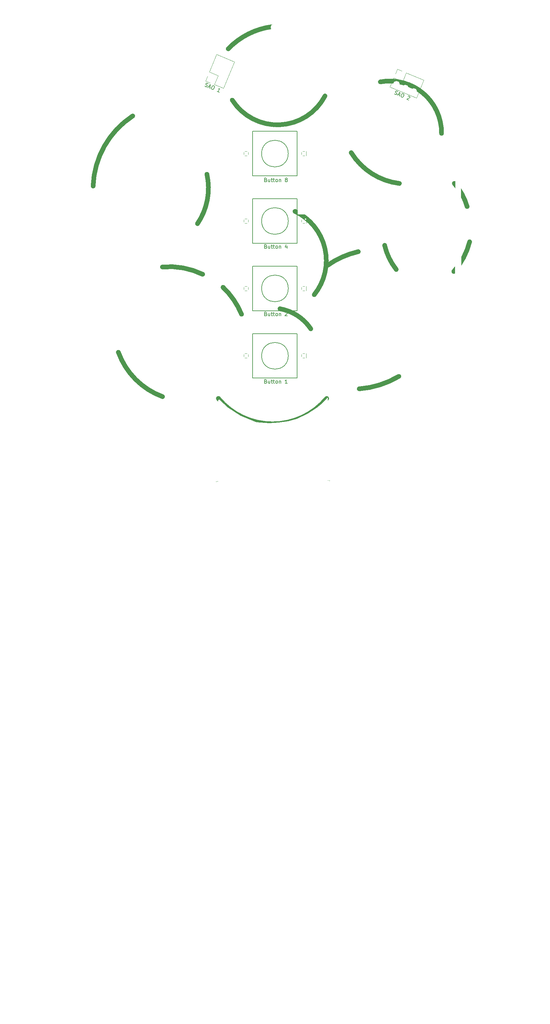
<source format=gto>
G04 #@! TF.GenerationSoftware,KiCad,Pcbnew,7.0.2*
G04 #@! TF.CreationDate,2023-05-29T12:29:06-07:00*
G04 #@! TF.ProjectId,plumbus-bfb,706c756d-6275-4732-9d62-66622e6b6963,rev?*
G04 #@! TF.SameCoordinates,Original*
G04 #@! TF.FileFunction,Legend,Top*
G04 #@! TF.FilePolarity,Positive*
%FSLAX46Y46*%
G04 Gerber Fmt 4.6, Leading zero omitted, Abs format (unit mm)*
G04 Created by KiCad (PCBNEW 7.0.2) date 2023-05-29 12:29:06*
%MOMM*%
%LPD*%
G01*
G04 APERTURE LIST*
G04 Aperture macros list*
%AMRoundRect*
0 Rectangle with rounded corners*
0 $1 Rounding radius*
0 $2 $3 $4 $5 $6 $7 $8 $9 X,Y pos of 4 corners*
0 Add a 4 corners polygon primitive as box body*
4,1,4,$2,$3,$4,$5,$6,$7,$8,$9,$2,$3,0*
0 Add four circle primitives for the rounded corners*
1,1,$1+$1,$2,$3*
1,1,$1+$1,$4,$5*
1,1,$1+$1,$6,$7*
1,1,$1+$1,$8,$9*
0 Add four rect primitives between the rounded corners*
20,1,$1+$1,$2,$3,$4,$5,0*
20,1,$1+$1,$4,$5,$6,$7,0*
20,1,$1+$1,$6,$7,$8,$9,0*
20,1,$1+$1,$8,$9,$2,$3,0*%
%AMHorizOval*
0 Thick line with rounded ends*
0 $1 width*
0 $2 $3 position (X,Y) of the first rounded end (center of the circle)*
0 $4 $5 position (X,Y) of the second rounded end (center of the circle)*
0 Add line between two ends*
20,1,$1,$2,$3,$4,$5,0*
0 Add two circle primitives to create the rounded ends*
1,1,$1,$2,$3*
1,1,$1,$4,$5*%
%AMRotRect*
0 Rectangle, with rotation*
0 The origin of the aperture is its center*
0 $1 length*
0 $2 width*
0 $3 Rotation angle, in degrees counterclockwise*
0 Add horizontal line*
21,1,$1,$2,0,0,$3*%
%AMFreePoly0*
4,1,443,-46.755527,49.305534,-45.361075,49.226516,-43.969418,49.108069,-42.581671,48.950286,-41.198944,48.753296,-39.822345,48.517254,-38.452978,48.242351,-37.091939,47.928806,-35.740317,47.576872,-34.399196,47.186828,-33.069650,46.758989,-31.752744,46.293697,-30.449533,45.791323,-29.161060,45.252272,-27.888358,44.676974,-26.632445,44.065891,-25.394329,43.419512,-24.175000,42.738354,-22.975436,42.022963,-21.796596,41.273912,
-20.639426,40.491802,-19.504853,39.677258,-18.393784,38.830934,-17.307111,37.953506,-16.245702,37.045678,-15.210410,36.108177,-14.202062,35.141754,-13.221467,34.147183,-12.269409,33.125261,-11.346653,32.076805,-10.453936,31.002657,-9.591973,29.903676,-8.761456,28.780742,-7.963049,27.634756,-7.197392,26.466634,-6.465098,25.277313,-5.766754,24.067745,-5.102918,22.838900,-4.474124,21.591761,-3.880874,20.327327,
-3.323644,19.046611,-2.802879,17.750639,-2.318998,16.440449,-1.872387,15.117090,-1.463405,13.781623,-1.092379,12.435117,-0.759606,11.078651,-0.465353,9.713311,-0.209855,8.340190,0.006683,6.960390,0.184087,5.575014,0.322216,4.185172,0.420959,2.791979,0.480236,1.396549,0.500000,0.000000,0.480236,-1.396549,0.420959,-2.791979,0.322216,-4.185172,0.184087,-5.575014,0.006683,-6.960390,
-0.209855,-8.340190,-0.465353,-9.713311,-0.759606,-11.078651,-1.092379,-12.435117,-1.463405,-13.781623,-1.872387,-15.117090,-2.318998,-16.440449,-2.802879,-17.750639,-3.323644,-19.046611,-3.880874,-20.327327,-4.474124,-21.591761,-5.102918,-22.838900,-5.766754,-24.067745,-6.465098,-25.277313,-7.197392,-26.466634,-7.963049,-27.634756,-8.761456,-28.780742,-9.591973,-29.903676,-10.453936,-31.002657,-11.346653,-32.076805,
-12.269409,-33.125261,-13.221467,-34.147183,-14.202062,-35.141754,-15.210410,-36.108177,-16.245702,-37.045678,-17.307111,-37.953506,-18.393784,-38.830934,-19.504853,-39.677258,-20.639426,-40.491802,-21.796596,-41.273912,-22.975436,-42.022963,-24.175000,-42.738354,-25.394329,-43.419512,-26.632445,-44.065891,-27.888358,-44.676974,-29.161060,-45.252272,-30.449533,-45.791323,-31.752744,-46.293697,-33.069650,-46.758989,-34.399196,-47.186828,
-35.740317,-47.576872,-37.091939,-47.928806,-38.452978,-48.242351,-39.822345,-48.517254,-41.198944,-48.753296,-42.581671,-48.950286,-43.969418,-49.108069,-45.361075,-49.226516,-46.755527,-49.305534,-48.151656,-49.345059,-49.548344,-49.345059,-50.944473,-49.305534,-52.338925,-49.226516,-53.730582,-49.108069,-55.118329,-48.950286,-56.501056,-48.753296,-57.877655,-48.517254,-59.247022,-48.242351,-60.608061,-47.928806,-61.959683,-47.576872,
-63.300804,-47.186828,-64.630350,-46.758989,-65.947256,-46.293697,-67.250467,-45.791323,-68.538940,-45.252272,-69.811642,-44.676974,-71.067555,-44.065891,-72.305671,-43.419512,-73.525000,-42.738354,-74.724564,-42.022963,-75.903404,-41.273912,-77.060574,-40.491802,-78.195147,-39.677258,-79.306216,-38.830934,-80.392889,-37.953506,-81.454298,-37.045678,-82.489590,-36.108177,-83.497938,-35.141754,-84.478533,-34.147183,-85.430591,-33.125261,
-86.353347,-32.076805,-87.246064,-31.002657,-88.108027,-29.903676,-88.938544,-28.780742,-89.736951,-27.634756,-90.502608,-26.466634,-91.234902,-25.277313,-91.933246,-24.067745,-92.597082,-22.838900,-93.225876,-21.591761,-93.819126,-20.327327,-94.376356,-19.046611,-94.897121,-17.750639,-95.381002,-16.440449,-95.827613,-15.117090,-96.236595,-13.781623,-96.607621,-12.435117,-96.940394,-11.078651,-97.234647,-9.713311,-97.490145,-8.340190,
-97.706683,-6.960390,-97.884087,-5.575014,-98.022216,-4.185172,-98.120959,-2.791979,-98.180236,-1.396549,-98.200000,0.000000,-97.205021,0.000000,-97.184938,-1.393493,-97.124706,-2.785829,-97.024374,-4.175850,-96.884027,-5.562403,-96.703780,-6.944336,-96.483784,-8.320500,-96.224220,-9.689753,-95.925306,-11.050957,-95.587288,-12.402981,-95.210449,-13.744703,-94.795100,-15.075008,-94.341587,-16.392791,-93.850286,-17.696958,
-93.321606,-18.986424,-92.755986,-20.260120,-92.153895,-21.516986,-91.515835,-22.755980,-90.842333,-23.976071,-90.133952,-25.176247,-89.391277,-26.355510,-88.614928,-27.512881,-87.805547,-28.647398,-86.963808,-29.758119,-86.090410,-30.844122,-85.186079,-31.904505,-84.251565,-32.938386,-83.287645,-33.944907,-82.295119,-34.923231,-81.274812,-35.872547,-80.227572,-36.792065,-79.154268,-37.681022,-78.055791,-38.538679,-76.933055,-39.364325,
-75.786992,-40.157272,-74.618554,-40.916863,-73.428711,-41.642467,-72.218452,-42.333480,-70.988782,-42.989329,-69.740722,-43.609469,-68.475310,-44.193385,-67.193596,-44.740592,-65.896645,-45.250635,-64.585534,-45.723091,-63.261352,-46.157567,-61.925200,-46.553702,-60.578187,-46.911168,-59.221432,-47.229667,-57.856061,-47.508935,-56.483210,-47.748740,-55.104019,-47.948882,-53.719632,-48.109196,-52.331201,-48.229548,-50.939878,-48.309838,
-49.546819,-48.350000,-48.153181,-48.350000,-46.760122,-48.309838,-45.368799,-48.229548,-43.980368,-48.109196,-42.595981,-47.948882,-41.216790,-47.748740,-39.843939,-47.508935,-38.478568,-47.229667,-37.121813,-46.911168,-35.774800,-46.553702,-34.438648,-46.157567,-33.114466,-45.723091,-31.803355,-45.250635,-30.506404,-44.740592,-29.224690,-44.193385,-27.959278,-43.609469,-26.711218,-42.989329,-25.481548,-42.333480,-24.271289,-41.642467,
-23.081446,-40.916863,-21.913008,-40.157272,-20.766945,-39.364325,-19.644209,-38.538679,-18.545732,-37.681022,-17.472428,-36.792065,-16.425188,-35.872547,-15.404881,-34.923231,-14.412355,-33.944907,-13.448435,-32.938386,-12.513921,-31.904505,-11.609590,-30.844122,-10.736192,-29.758119,-9.894453,-28.647398,-9.085072,-27.512881,-8.308723,-26.355510,-7.566048,-25.176247,-6.857667,-23.976071,-6.184165,-22.755980,-5.546105,-21.516986,
-4.944014,-20.260120,-4.378394,-18.986424,-3.849714,-17.696958,-3.358413,-16.392791,-2.904900,-15.075008,-2.489551,-13.744703,-2.112712,-12.402981,-1.774694,-11.050957,-1.475780,-9.689753,-1.216216,-8.320500,-0.996220,-6.944336,-0.815973,-5.562403,-0.675626,-4.175850,-0.575294,-2.785829,-0.515062,-1.393493,-0.494979,0.000000,-0.515062,1.393493,-0.575294,2.785829,-0.675626,4.175850,-0.815973,5.562403,
-0.996220,6.944336,-1.216216,8.320500,-1.475780,9.689753,-1.774694,11.050957,-2.112712,12.402981,-2.489551,13.744703,-2.904900,15.075008,-3.358413,16.392791,-3.849714,17.696958,-4.378394,18.986424,-4.944014,20.260120,-5.546105,21.516986,-6.184165,22.755980,-6.857667,23.976071,-7.566048,25.176247,-8.308723,26.355510,-9.085072,27.512881,-9.894453,28.647398,-10.736192,29.758119,-11.609590,30.844122,
-12.513921,31.904505,-13.448435,32.938386,-14.412355,33.944907,-15.404881,34.923231,-16.425188,35.872547,-17.472428,36.792065,-18.545732,37.681022,-19.644209,38.538679,-20.766945,39.364325,-21.913008,40.157272,-23.081446,40.916863,-24.271289,41.642467,-25.481548,42.333480,-26.711218,42.989329,-27.959278,43.609469,-29.224690,44.193385,-30.506404,44.740592,-31.803355,45.250635,-33.114466,45.723091,-34.438648,46.157567,
-35.774800,46.553702,-37.121813,46.911168,-38.478568,47.229667,-39.843939,47.508935,-41.216790,47.748740,-42.595981,47.948882,-43.980368,48.109196,-45.368799,48.229548,-46.760122,48.309838,-48.153181,48.350000,-49.546819,48.350000,-50.939878,48.309838,-52.331201,48.229548,-53.719632,48.109196,-55.104019,47.948882,-56.483210,47.748740,-57.856061,47.508935,-59.221432,47.229667,-60.578187,46.911168,-61.925200,46.553702,
-63.261352,46.157567,-64.585534,45.723091,-65.896645,45.250635,-67.193596,44.740592,-68.475310,44.193385,-69.740722,43.609469,-70.988782,42.989329,-72.218452,42.333480,-73.428711,41.642467,-74.618554,40.916863,-75.786992,40.157272,-76.933055,39.364325,-78.055791,38.538679,-79.154268,37.681022,-80.227572,36.792065,-81.274812,35.872547,-82.295119,34.923231,-83.287645,33.944907,-84.251565,32.938386,-85.186079,31.904505,
-86.090410,30.844122,-86.963808,29.758119,-87.805547,28.647398,-88.614928,27.512881,-89.391277,26.355510,-90.133952,25.176247,-90.842333,23.976071,-91.515835,22.755980,-92.153895,21.516986,-92.755986,20.260120,-93.321606,18.986424,-93.850286,17.696958,-94.341587,16.392791,-94.795100,15.075008,-95.210449,13.744703,-95.587288,12.402981,-95.925306,11.050957,-96.224220,9.689753,-96.483784,8.320500,-96.703780,6.944336,
-96.884027,5.562403,-97.024374,4.175850,-97.124706,2.785829,-97.184938,1.393493,-97.205021,0.000000,-98.200000,0.000000,-98.180236,1.396549,-98.120959,2.791979,-98.022216,4.185172,-97.884087,5.575014,-97.706683,6.960390,-97.490145,8.340190,-97.234647,9.713311,-96.940394,11.078651,-96.607621,12.435117,-96.236595,13.781623,-95.827613,15.117090,-95.381002,16.440449,-94.897121,17.750639,-94.376356,19.046611,
-93.819126,20.327327,-93.225876,21.591761,-92.597082,22.838900,-91.933246,24.067745,-91.234902,25.277313,-90.502608,26.466634,-89.736951,27.634756,-88.938544,28.780742,-88.108027,29.903676,-87.246064,31.002657,-86.353347,32.076805,-85.430591,33.125261,-84.478533,34.147183,-83.497938,35.141754,-82.489590,36.108177,-81.454298,37.045678,-80.392889,37.953506,-79.306216,38.830934,-78.195147,39.677258,-77.060574,40.491802,
-75.903404,41.273912,-74.724564,42.022963,-73.525000,42.738354,-72.305671,43.419512,-71.067555,44.065891,-69.811642,44.676974,-68.538940,45.252272,-67.250467,45.791323,-65.947256,46.293697,-64.630350,46.758989,-63.300804,47.186828,-61.959683,47.576872,-60.608061,47.928806,-59.247022,48.242351,-57.877655,48.517254,-56.501056,48.753296,-55.118329,48.950286,-53.730582,49.108069,-52.338925,49.226516,-50.944473,49.305534,
-49.548344,49.345059,-48.151656,49.345059,-46.755527,49.305534,-46.755527,49.305534,$1*%
G04 Aperture macros list end*
%ADD10C,0.150000*%
%ADD11C,5.000000*%
%ADD12C,1.500000*%
%ADD13C,1.270000*%
%ADD14C,0.120000*%
%ADD15C,0.127000*%
%ADD16C,0.200000*%
%ADD17RotRect,0.450000X0.450000X225.000000*%
%ADD18O,7.000000X2.000000*%
%ADD19HorizOval,2.000000X2.478612X-0.326315X-2.478612X0.326315X0*%
%ADD20R,1.700000X1.700000*%
%ADD21O,1.700000X1.700000*%
%ADD22RotRect,0.450000X0.450000X255.000000*%
%ADD23RotRect,0.450000X0.450000X277.500000*%
%ADD24R,0.450000X0.450000*%
%ADD25RotRect,0.450000X0.450000X7.500000*%
%ADD26RotRect,0.450000X0.450000X45.000000*%
%ADD27RotRect,0.450000X0.450000X15.000000*%
%ADD28RotRect,0.450000X0.450000X120.000000*%
%ADD29RotRect,0.450000X0.450000X345.000000*%
%ADD30RotRect,0.450000X0.450000X352.500000*%
%ADD31RotRect,0.450000X0.450000X75.000000*%
%ADD32RotRect,0.450000X0.450000X337.500000*%
%ADD33RotRect,0.450000X0.450000X142.500000*%
%ADD34RotRect,0.450000X0.450000X52.500000*%
%ADD35RotRect,0.450000X0.450000X97.500000*%
%ADD36RotRect,0.450000X0.450000X187.500000*%
%ADD37RotRect,0.450000X0.450000X127.500000*%
%ADD38RotRect,0.450000X0.450000X202.500000*%
%ADD39RotRect,0.450000X0.450000X67.500000*%
%ADD40RotRect,0.450000X0.450000X112.500000*%
%ADD41RotRect,0.450000X0.450000X232.500000*%
%ADD42RotRect,0.450000X0.450000X82.500000*%
%ADD43RotRect,0.450000X0.450000X150.000000*%
%ADD44RotRect,0.450000X0.450000X37.500000*%
%ADD45RotRect,0.450000X0.450000X262.500000*%
%ADD46RotRect,0.450000X0.450000X285.000000*%
%ADD47RotRect,0.450000X0.450000X30.000000*%
%ADD48RotRect,0.450000X0.450000X300.000000*%
%ADD49RotRect,0.450000X0.450000X307.500000*%
%ADD50RotRect,0.450000X0.450000X22.500000*%
%ADD51RotRect,0.450000X0.450000X330.000000*%
%ADD52RotRect,0.450000X0.450000X157.500000*%
%ADD53RotRect,0.450000X0.450000X315.000000*%
%ADD54RotRect,0.450000X0.450000X292.500000*%
%ADD55RotRect,0.450000X0.450000X210.000000*%
%ADD56RotRect,0.450000X0.450000X172.500000*%
%ADD57RotRect,0.450000X0.450000X240.000000*%
%ADD58RotRect,0.450000X0.450000X195.000000*%
%ADD59RotRect,0.450000X0.450000X165.000000*%
%ADD60RotRect,0.450000X0.450000X217.500000*%
%ADD61RotRect,0.450000X0.450000X135.000000*%
%ADD62RotRect,0.450000X0.450000X60.000000*%
%ADD63RotRect,0.450000X0.450000X322.500000*%
%ADD64RotRect,0.450000X0.450000X247.500000*%
%ADD65RotRect,0.450000X0.450000X105.000000*%
%ADD66RoundRect,0.750000X0.750000X-0.750000X0.750000X0.750000X-0.750000X0.750000X-0.750000X-0.750000X0*%
%ADD67FreePoly0,0.000000*%
%ADD68C,2.170000*%
%ADD69R,2.170000X2.170000*%
%ADD70C,0.001000*%
%ADD71R,3.000000X1.600000*%
%ADD72RotRect,1.700000X1.700000X157.500000*%
%ADD73HorizOval,1.700000X0.000000X0.000000X0.000000X0.000000X0*%
%ADD74RotRect,1.700000X1.700000X67.500000*%
%ADD75HorizOval,1.700000X0.000000X0.000000X0.000000X0.000000X0*%
%ADD76RoundRect,0.218750X0.218750X0.256250X-0.218750X0.256250X-0.218750X-0.256250X0.218750X-0.256250X0*%
%ADD77R,1.400000X1.900000*%
%ADD78RoundRect,0.200000X-0.200000X-0.275000X0.200000X-0.275000X0.200000X0.275000X-0.200000X0.275000X0*%
%ADD79RotRect,1.160000X1.160000X202.500000*%
%ADD80C,1.160000*%
G04 APERTURE END LIST*
D10*
X314271428Y-343253809D02*
X314414285Y-343301428D01*
X314414285Y-343301428D02*
X314461904Y-343349047D01*
X314461904Y-343349047D02*
X314509523Y-343444285D01*
X314509523Y-343444285D02*
X314509523Y-343587142D01*
X314509523Y-343587142D02*
X314461904Y-343682380D01*
X314461904Y-343682380D02*
X314414285Y-343730000D01*
X314414285Y-343730000D02*
X314319047Y-343777619D01*
X314319047Y-343777619D02*
X313938095Y-343777619D01*
X313938095Y-343777619D02*
X313938095Y-342777619D01*
X313938095Y-342777619D02*
X314271428Y-342777619D01*
X314271428Y-342777619D02*
X314366666Y-342825238D01*
X314366666Y-342825238D02*
X314414285Y-342872857D01*
X314414285Y-342872857D02*
X314461904Y-342968095D01*
X314461904Y-342968095D02*
X314461904Y-343063333D01*
X314461904Y-343063333D02*
X314414285Y-343158571D01*
X314414285Y-343158571D02*
X314366666Y-343206190D01*
X314366666Y-343206190D02*
X314271428Y-343253809D01*
X314271428Y-343253809D02*
X313938095Y-343253809D01*
X315366666Y-343110952D02*
X315366666Y-343777619D01*
X314938095Y-343110952D02*
X314938095Y-343634761D01*
X314938095Y-343634761D02*
X314985714Y-343730000D01*
X314985714Y-343730000D02*
X315080952Y-343777619D01*
X315080952Y-343777619D02*
X315223809Y-343777619D01*
X315223809Y-343777619D02*
X315319047Y-343730000D01*
X315319047Y-343730000D02*
X315366666Y-343682380D01*
X315700000Y-343110952D02*
X316080952Y-343110952D01*
X315842857Y-342777619D02*
X315842857Y-343634761D01*
X315842857Y-343634761D02*
X315890476Y-343730000D01*
X315890476Y-343730000D02*
X315985714Y-343777619D01*
X315985714Y-343777619D02*
X316080952Y-343777619D01*
X316271429Y-343110952D02*
X316652381Y-343110952D01*
X316414286Y-342777619D02*
X316414286Y-343634761D01*
X316414286Y-343634761D02*
X316461905Y-343730000D01*
X316461905Y-343730000D02*
X316557143Y-343777619D01*
X316557143Y-343777619D02*
X316652381Y-343777619D01*
X317128572Y-343777619D02*
X317033334Y-343730000D01*
X317033334Y-343730000D02*
X316985715Y-343682380D01*
X316985715Y-343682380D02*
X316938096Y-343587142D01*
X316938096Y-343587142D02*
X316938096Y-343301428D01*
X316938096Y-343301428D02*
X316985715Y-343206190D01*
X316985715Y-343206190D02*
X317033334Y-343158571D01*
X317033334Y-343158571D02*
X317128572Y-343110952D01*
X317128572Y-343110952D02*
X317271429Y-343110952D01*
X317271429Y-343110952D02*
X317366667Y-343158571D01*
X317366667Y-343158571D02*
X317414286Y-343206190D01*
X317414286Y-343206190D02*
X317461905Y-343301428D01*
X317461905Y-343301428D02*
X317461905Y-343587142D01*
X317461905Y-343587142D02*
X317414286Y-343682380D01*
X317414286Y-343682380D02*
X317366667Y-343730000D01*
X317366667Y-343730000D02*
X317271429Y-343777619D01*
X317271429Y-343777619D02*
X317128572Y-343777619D01*
X317890477Y-343110952D02*
X317890477Y-343777619D01*
X317890477Y-343206190D02*
X317938096Y-343158571D01*
X317938096Y-343158571D02*
X318033334Y-343110952D01*
X318033334Y-343110952D02*
X318176191Y-343110952D01*
X318176191Y-343110952D02*
X318271429Y-343158571D01*
X318271429Y-343158571D02*
X318319048Y-343253809D01*
X318319048Y-343253809D02*
X318319048Y-343777619D01*
X320080953Y-343777619D02*
X319509525Y-343777619D01*
X319795239Y-343777619D02*
X319795239Y-342777619D01*
X319795239Y-342777619D02*
X319700001Y-342920476D01*
X319700001Y-342920476D02*
X319604763Y-343015714D01*
X319604763Y-343015714D02*
X319509525Y-343063333D01*
X314271428Y-325053809D02*
X314414285Y-325101428D01*
X314414285Y-325101428D02*
X314461904Y-325149047D01*
X314461904Y-325149047D02*
X314509523Y-325244285D01*
X314509523Y-325244285D02*
X314509523Y-325387142D01*
X314509523Y-325387142D02*
X314461904Y-325482380D01*
X314461904Y-325482380D02*
X314414285Y-325530000D01*
X314414285Y-325530000D02*
X314319047Y-325577619D01*
X314319047Y-325577619D02*
X313938095Y-325577619D01*
X313938095Y-325577619D02*
X313938095Y-324577619D01*
X313938095Y-324577619D02*
X314271428Y-324577619D01*
X314271428Y-324577619D02*
X314366666Y-324625238D01*
X314366666Y-324625238D02*
X314414285Y-324672857D01*
X314414285Y-324672857D02*
X314461904Y-324768095D01*
X314461904Y-324768095D02*
X314461904Y-324863333D01*
X314461904Y-324863333D02*
X314414285Y-324958571D01*
X314414285Y-324958571D02*
X314366666Y-325006190D01*
X314366666Y-325006190D02*
X314271428Y-325053809D01*
X314271428Y-325053809D02*
X313938095Y-325053809D01*
X315366666Y-324910952D02*
X315366666Y-325577619D01*
X314938095Y-324910952D02*
X314938095Y-325434761D01*
X314938095Y-325434761D02*
X314985714Y-325530000D01*
X314985714Y-325530000D02*
X315080952Y-325577619D01*
X315080952Y-325577619D02*
X315223809Y-325577619D01*
X315223809Y-325577619D02*
X315319047Y-325530000D01*
X315319047Y-325530000D02*
X315366666Y-325482380D01*
X315700000Y-324910952D02*
X316080952Y-324910952D01*
X315842857Y-324577619D02*
X315842857Y-325434761D01*
X315842857Y-325434761D02*
X315890476Y-325530000D01*
X315890476Y-325530000D02*
X315985714Y-325577619D01*
X315985714Y-325577619D02*
X316080952Y-325577619D01*
X316271429Y-324910952D02*
X316652381Y-324910952D01*
X316414286Y-324577619D02*
X316414286Y-325434761D01*
X316414286Y-325434761D02*
X316461905Y-325530000D01*
X316461905Y-325530000D02*
X316557143Y-325577619D01*
X316557143Y-325577619D02*
X316652381Y-325577619D01*
X317128572Y-325577619D02*
X317033334Y-325530000D01*
X317033334Y-325530000D02*
X316985715Y-325482380D01*
X316985715Y-325482380D02*
X316938096Y-325387142D01*
X316938096Y-325387142D02*
X316938096Y-325101428D01*
X316938096Y-325101428D02*
X316985715Y-325006190D01*
X316985715Y-325006190D02*
X317033334Y-324958571D01*
X317033334Y-324958571D02*
X317128572Y-324910952D01*
X317128572Y-324910952D02*
X317271429Y-324910952D01*
X317271429Y-324910952D02*
X317366667Y-324958571D01*
X317366667Y-324958571D02*
X317414286Y-325006190D01*
X317414286Y-325006190D02*
X317461905Y-325101428D01*
X317461905Y-325101428D02*
X317461905Y-325387142D01*
X317461905Y-325387142D02*
X317414286Y-325482380D01*
X317414286Y-325482380D02*
X317366667Y-325530000D01*
X317366667Y-325530000D02*
X317271429Y-325577619D01*
X317271429Y-325577619D02*
X317128572Y-325577619D01*
X317890477Y-324910952D02*
X317890477Y-325577619D01*
X317890477Y-325006190D02*
X317938096Y-324958571D01*
X317938096Y-324958571D02*
X318033334Y-324910952D01*
X318033334Y-324910952D02*
X318176191Y-324910952D01*
X318176191Y-324910952D02*
X318271429Y-324958571D01*
X318271429Y-324958571D02*
X318319048Y-325053809D01*
X318319048Y-325053809D02*
X318319048Y-325577619D01*
X319509525Y-324672857D02*
X319557144Y-324625238D01*
X319557144Y-324625238D02*
X319652382Y-324577619D01*
X319652382Y-324577619D02*
X319890477Y-324577619D01*
X319890477Y-324577619D02*
X319985715Y-324625238D01*
X319985715Y-324625238D02*
X320033334Y-324672857D01*
X320033334Y-324672857D02*
X320080953Y-324768095D01*
X320080953Y-324768095D02*
X320080953Y-324863333D01*
X320080953Y-324863333D02*
X320033334Y-325006190D01*
X320033334Y-325006190D02*
X319461906Y-325577619D01*
X319461906Y-325577619D02*
X320080953Y-325577619D01*
X314271428Y-306853809D02*
X314414285Y-306901428D01*
X314414285Y-306901428D02*
X314461904Y-306949047D01*
X314461904Y-306949047D02*
X314509523Y-307044285D01*
X314509523Y-307044285D02*
X314509523Y-307187142D01*
X314509523Y-307187142D02*
X314461904Y-307282380D01*
X314461904Y-307282380D02*
X314414285Y-307330000D01*
X314414285Y-307330000D02*
X314319047Y-307377619D01*
X314319047Y-307377619D02*
X313938095Y-307377619D01*
X313938095Y-307377619D02*
X313938095Y-306377619D01*
X313938095Y-306377619D02*
X314271428Y-306377619D01*
X314271428Y-306377619D02*
X314366666Y-306425238D01*
X314366666Y-306425238D02*
X314414285Y-306472857D01*
X314414285Y-306472857D02*
X314461904Y-306568095D01*
X314461904Y-306568095D02*
X314461904Y-306663333D01*
X314461904Y-306663333D02*
X314414285Y-306758571D01*
X314414285Y-306758571D02*
X314366666Y-306806190D01*
X314366666Y-306806190D02*
X314271428Y-306853809D01*
X314271428Y-306853809D02*
X313938095Y-306853809D01*
X315366666Y-306710952D02*
X315366666Y-307377619D01*
X314938095Y-306710952D02*
X314938095Y-307234761D01*
X314938095Y-307234761D02*
X314985714Y-307330000D01*
X314985714Y-307330000D02*
X315080952Y-307377619D01*
X315080952Y-307377619D02*
X315223809Y-307377619D01*
X315223809Y-307377619D02*
X315319047Y-307330000D01*
X315319047Y-307330000D02*
X315366666Y-307282380D01*
X315700000Y-306710952D02*
X316080952Y-306710952D01*
X315842857Y-306377619D02*
X315842857Y-307234761D01*
X315842857Y-307234761D02*
X315890476Y-307330000D01*
X315890476Y-307330000D02*
X315985714Y-307377619D01*
X315985714Y-307377619D02*
X316080952Y-307377619D01*
X316271429Y-306710952D02*
X316652381Y-306710952D01*
X316414286Y-306377619D02*
X316414286Y-307234761D01*
X316414286Y-307234761D02*
X316461905Y-307330000D01*
X316461905Y-307330000D02*
X316557143Y-307377619D01*
X316557143Y-307377619D02*
X316652381Y-307377619D01*
X317128572Y-307377619D02*
X317033334Y-307330000D01*
X317033334Y-307330000D02*
X316985715Y-307282380D01*
X316985715Y-307282380D02*
X316938096Y-307187142D01*
X316938096Y-307187142D02*
X316938096Y-306901428D01*
X316938096Y-306901428D02*
X316985715Y-306806190D01*
X316985715Y-306806190D02*
X317033334Y-306758571D01*
X317033334Y-306758571D02*
X317128572Y-306710952D01*
X317128572Y-306710952D02*
X317271429Y-306710952D01*
X317271429Y-306710952D02*
X317366667Y-306758571D01*
X317366667Y-306758571D02*
X317414286Y-306806190D01*
X317414286Y-306806190D02*
X317461905Y-306901428D01*
X317461905Y-306901428D02*
X317461905Y-307187142D01*
X317461905Y-307187142D02*
X317414286Y-307282380D01*
X317414286Y-307282380D02*
X317366667Y-307330000D01*
X317366667Y-307330000D02*
X317271429Y-307377619D01*
X317271429Y-307377619D02*
X317128572Y-307377619D01*
X317890477Y-306710952D02*
X317890477Y-307377619D01*
X317890477Y-306806190D02*
X317938096Y-306758571D01*
X317938096Y-306758571D02*
X318033334Y-306710952D01*
X318033334Y-306710952D02*
X318176191Y-306710952D01*
X318176191Y-306710952D02*
X318271429Y-306758571D01*
X318271429Y-306758571D02*
X318319048Y-306853809D01*
X318319048Y-306853809D02*
X318319048Y-307377619D01*
X319985715Y-306710952D02*
X319985715Y-307377619D01*
X319747620Y-306330000D02*
X319509525Y-307044285D01*
X319509525Y-307044285D02*
X320128572Y-307044285D01*
X314271428Y-288903809D02*
X314414285Y-288951428D01*
X314414285Y-288951428D02*
X314461904Y-288999047D01*
X314461904Y-288999047D02*
X314509523Y-289094285D01*
X314509523Y-289094285D02*
X314509523Y-289237142D01*
X314509523Y-289237142D02*
X314461904Y-289332380D01*
X314461904Y-289332380D02*
X314414285Y-289380000D01*
X314414285Y-289380000D02*
X314319047Y-289427619D01*
X314319047Y-289427619D02*
X313938095Y-289427619D01*
X313938095Y-289427619D02*
X313938095Y-288427619D01*
X313938095Y-288427619D02*
X314271428Y-288427619D01*
X314271428Y-288427619D02*
X314366666Y-288475238D01*
X314366666Y-288475238D02*
X314414285Y-288522857D01*
X314414285Y-288522857D02*
X314461904Y-288618095D01*
X314461904Y-288618095D02*
X314461904Y-288713333D01*
X314461904Y-288713333D02*
X314414285Y-288808571D01*
X314414285Y-288808571D02*
X314366666Y-288856190D01*
X314366666Y-288856190D02*
X314271428Y-288903809D01*
X314271428Y-288903809D02*
X313938095Y-288903809D01*
X315366666Y-288760952D02*
X315366666Y-289427619D01*
X314938095Y-288760952D02*
X314938095Y-289284761D01*
X314938095Y-289284761D02*
X314985714Y-289380000D01*
X314985714Y-289380000D02*
X315080952Y-289427619D01*
X315080952Y-289427619D02*
X315223809Y-289427619D01*
X315223809Y-289427619D02*
X315319047Y-289380000D01*
X315319047Y-289380000D02*
X315366666Y-289332380D01*
X315700000Y-288760952D02*
X316080952Y-288760952D01*
X315842857Y-288427619D02*
X315842857Y-289284761D01*
X315842857Y-289284761D02*
X315890476Y-289380000D01*
X315890476Y-289380000D02*
X315985714Y-289427619D01*
X315985714Y-289427619D02*
X316080952Y-289427619D01*
X316271429Y-288760952D02*
X316652381Y-288760952D01*
X316414286Y-288427619D02*
X316414286Y-289284761D01*
X316414286Y-289284761D02*
X316461905Y-289380000D01*
X316461905Y-289380000D02*
X316557143Y-289427619D01*
X316557143Y-289427619D02*
X316652381Y-289427619D01*
X317128572Y-289427619D02*
X317033334Y-289380000D01*
X317033334Y-289380000D02*
X316985715Y-289332380D01*
X316985715Y-289332380D02*
X316938096Y-289237142D01*
X316938096Y-289237142D02*
X316938096Y-288951428D01*
X316938096Y-288951428D02*
X316985715Y-288856190D01*
X316985715Y-288856190D02*
X317033334Y-288808571D01*
X317033334Y-288808571D02*
X317128572Y-288760952D01*
X317128572Y-288760952D02*
X317271429Y-288760952D01*
X317271429Y-288760952D02*
X317366667Y-288808571D01*
X317366667Y-288808571D02*
X317414286Y-288856190D01*
X317414286Y-288856190D02*
X317461905Y-288951428D01*
X317461905Y-288951428D02*
X317461905Y-289237142D01*
X317461905Y-289237142D02*
X317414286Y-289332380D01*
X317414286Y-289332380D02*
X317366667Y-289380000D01*
X317366667Y-289380000D02*
X317271429Y-289427619D01*
X317271429Y-289427619D02*
X317128572Y-289427619D01*
X317890477Y-288760952D02*
X317890477Y-289427619D01*
X317890477Y-288856190D02*
X317938096Y-288808571D01*
X317938096Y-288808571D02*
X318033334Y-288760952D01*
X318033334Y-288760952D02*
X318176191Y-288760952D01*
X318176191Y-288760952D02*
X318271429Y-288808571D01*
X318271429Y-288808571D02*
X318319048Y-288903809D01*
X318319048Y-288903809D02*
X318319048Y-289427619D01*
X319700001Y-288856190D02*
X319604763Y-288808571D01*
X319604763Y-288808571D02*
X319557144Y-288760952D01*
X319557144Y-288760952D02*
X319509525Y-288665714D01*
X319509525Y-288665714D02*
X319509525Y-288618095D01*
X319509525Y-288618095D02*
X319557144Y-288522857D01*
X319557144Y-288522857D02*
X319604763Y-288475238D01*
X319604763Y-288475238D02*
X319700001Y-288427619D01*
X319700001Y-288427619D02*
X319890477Y-288427619D01*
X319890477Y-288427619D02*
X319985715Y-288475238D01*
X319985715Y-288475238D02*
X320033334Y-288522857D01*
X320033334Y-288522857D02*
X320080953Y-288618095D01*
X320080953Y-288618095D02*
X320080953Y-288665714D01*
X320080953Y-288665714D02*
X320033334Y-288760952D01*
X320033334Y-288760952D02*
X319985715Y-288808571D01*
X319985715Y-288808571D02*
X319890477Y-288856190D01*
X319890477Y-288856190D02*
X319700001Y-288856190D01*
X319700001Y-288856190D02*
X319604763Y-288903809D01*
X319604763Y-288903809D02*
X319557144Y-288951428D01*
X319557144Y-288951428D02*
X319509525Y-289046666D01*
X319509525Y-289046666D02*
X319509525Y-289237142D01*
X319509525Y-289237142D02*
X319557144Y-289332380D01*
X319557144Y-289332380D02*
X319604763Y-289380000D01*
X319604763Y-289380000D02*
X319700001Y-289427619D01*
X319700001Y-289427619D02*
X319890477Y-289427619D01*
X319890477Y-289427619D02*
X319985715Y-289380000D01*
X319985715Y-289380000D02*
X320033334Y-289332380D01*
X320033334Y-289332380D02*
X320080953Y-289237142D01*
X320080953Y-289237142D02*
X320080953Y-289046666D01*
X320080953Y-289046666D02*
X320033334Y-288951428D01*
X320033334Y-288951428D02*
X319985715Y-288903809D01*
X319985715Y-288903809D02*
X319890477Y-288856190D01*
X349041033Y-265715832D02*
X349154793Y-265814495D01*
X349154793Y-265814495D02*
X349374764Y-265905610D01*
X349374764Y-265905610D02*
X349480975Y-265898062D01*
X349480975Y-265898062D02*
X349543193Y-265872291D01*
X349543193Y-265872291D02*
X349623633Y-265802526D01*
X349623633Y-265802526D02*
X349660079Y-265714537D01*
X349660079Y-265714537D02*
X349652531Y-265608325D01*
X349652531Y-265608325D02*
X349626760Y-265546108D01*
X349626760Y-265546108D02*
X349556994Y-265465668D01*
X349556994Y-265465668D02*
X349399240Y-265348782D01*
X349399240Y-265348782D02*
X349329474Y-265268341D01*
X349329474Y-265268341D02*
X349303703Y-265206124D01*
X349303703Y-265206124D02*
X349296155Y-265099912D01*
X349296155Y-265099912D02*
X349332601Y-265011924D01*
X349332601Y-265011924D02*
X349413041Y-264942158D01*
X349413041Y-264942158D02*
X349475259Y-264916387D01*
X349475259Y-264916387D02*
X349581470Y-264908839D01*
X349581470Y-264908839D02*
X349801442Y-264999954D01*
X349801442Y-264999954D02*
X349915201Y-265098617D01*
X350012033Y-265860321D02*
X350451976Y-266042551D01*
X349814707Y-266087841D02*
X350505350Y-265291522D01*
X350505350Y-265291522D02*
X350430626Y-266342963D01*
X351297247Y-265619537D02*
X351473224Y-265692429D01*
X351473224Y-265692429D02*
X351542989Y-265772869D01*
X351542989Y-265772869D02*
X351594532Y-265897304D01*
X351594532Y-265897304D02*
X351565634Y-266091504D01*
X351565634Y-266091504D02*
X351438073Y-266399464D01*
X351438073Y-266399464D02*
X351321186Y-266557218D01*
X351321186Y-266557218D02*
X351196752Y-266608760D01*
X351196752Y-266608760D02*
X351090540Y-266616308D01*
X351090540Y-266616308D02*
X350914563Y-266543416D01*
X350914563Y-266543416D02*
X350844798Y-266462976D01*
X350844798Y-266462976D02*
X350793255Y-266338541D01*
X350793255Y-266338541D02*
X350822153Y-266144341D01*
X350822153Y-266144341D02*
X350949714Y-265836381D01*
X350949714Y-265836381D02*
X351066601Y-265678627D01*
X351066601Y-265678627D02*
X351191035Y-265627085D01*
X351191035Y-265627085D02*
X351297247Y-265619537D01*
X352712611Y-266308885D02*
X352774829Y-266283114D01*
X352774829Y-266283114D02*
X352881040Y-266275566D01*
X352881040Y-266275566D02*
X353101012Y-266366681D01*
X353101012Y-266366681D02*
X353170777Y-266447121D01*
X353170777Y-266447121D02*
X353196548Y-266509338D01*
X353196548Y-266509338D02*
X353204097Y-266615550D01*
X353204097Y-266615550D02*
X353167651Y-266703538D01*
X353167651Y-266703538D02*
X353068987Y-266817298D01*
X353068987Y-266817298D02*
X352322380Y-267126553D01*
X352322380Y-267126553D02*
X352894305Y-267363452D01*
X297841033Y-263615832D02*
X297954793Y-263714495D01*
X297954793Y-263714495D02*
X298174764Y-263805610D01*
X298174764Y-263805610D02*
X298280975Y-263798062D01*
X298280975Y-263798062D02*
X298343193Y-263772291D01*
X298343193Y-263772291D02*
X298423633Y-263702526D01*
X298423633Y-263702526D02*
X298460079Y-263614537D01*
X298460079Y-263614537D02*
X298452531Y-263508325D01*
X298452531Y-263508325D02*
X298426760Y-263446108D01*
X298426760Y-263446108D02*
X298356994Y-263365668D01*
X298356994Y-263365668D02*
X298199240Y-263248782D01*
X298199240Y-263248782D02*
X298129474Y-263168341D01*
X298129474Y-263168341D02*
X298103703Y-263106124D01*
X298103703Y-263106124D02*
X298096155Y-262999912D01*
X298096155Y-262999912D02*
X298132601Y-262911924D01*
X298132601Y-262911924D02*
X298213041Y-262842158D01*
X298213041Y-262842158D02*
X298275259Y-262816387D01*
X298275259Y-262816387D02*
X298381470Y-262808839D01*
X298381470Y-262808839D02*
X298601442Y-262899954D01*
X298601442Y-262899954D02*
X298715201Y-262998617D01*
X298812033Y-263760321D02*
X299251976Y-263942551D01*
X298614707Y-263987841D02*
X299305350Y-263191522D01*
X299305350Y-263191522D02*
X299230626Y-264242963D01*
X300097247Y-263519537D02*
X300273224Y-263592429D01*
X300273224Y-263592429D02*
X300342989Y-263672869D01*
X300342989Y-263672869D02*
X300394532Y-263797304D01*
X300394532Y-263797304D02*
X300365634Y-263991504D01*
X300365634Y-263991504D02*
X300238073Y-264299464D01*
X300238073Y-264299464D02*
X300121186Y-264457218D01*
X300121186Y-264457218D02*
X299996752Y-264508760D01*
X299996752Y-264508760D02*
X299890540Y-264516308D01*
X299890540Y-264516308D02*
X299714563Y-264443416D01*
X299714563Y-264443416D02*
X299644798Y-264362976D01*
X299644798Y-264362976D02*
X299593255Y-264238541D01*
X299593255Y-264238541D02*
X299622153Y-264044341D01*
X299622153Y-264044341D02*
X299749714Y-263736381D01*
X299749714Y-263736381D02*
X299866601Y-263578627D01*
X299866601Y-263578627D02*
X299991035Y-263527085D01*
X299991035Y-263527085D02*
X300097247Y-263519537D01*
X301694305Y-265263452D02*
X301166374Y-265044776D01*
X301430340Y-265154114D02*
X301813023Y-264230235D01*
X301813023Y-264230235D02*
X301670366Y-264325771D01*
X301670366Y-264325771D02*
X301545931Y-264377314D01*
X301545931Y-264377314D02*
X301439719Y-264384862D01*
X306272380Y-356288095D02*
X307272380Y-356288095D01*
X307272380Y-356288095D02*
X306558095Y-356621428D01*
X306558095Y-356621428D02*
X307272380Y-356954761D01*
X307272380Y-356954761D02*
X306272380Y-356954761D01*
X306272380Y-357573809D02*
X306320000Y-357478571D01*
X306320000Y-357478571D02*
X306367619Y-357430952D01*
X306367619Y-357430952D02*
X306462857Y-357383333D01*
X306462857Y-357383333D02*
X306748571Y-357383333D01*
X306748571Y-357383333D02*
X306843809Y-357430952D01*
X306843809Y-357430952D02*
X306891428Y-357478571D01*
X306891428Y-357478571D02*
X306939047Y-357573809D01*
X306939047Y-357573809D02*
X306939047Y-357716666D01*
X306939047Y-357716666D02*
X306891428Y-357811904D01*
X306891428Y-357811904D02*
X306843809Y-357859523D01*
X306843809Y-357859523D02*
X306748571Y-357907142D01*
X306748571Y-357907142D02*
X306462857Y-357907142D01*
X306462857Y-357907142D02*
X306367619Y-357859523D01*
X306367619Y-357859523D02*
X306320000Y-357811904D01*
X306320000Y-357811904D02*
X306272380Y-357716666D01*
X306272380Y-357716666D02*
X306272380Y-357573809D01*
X306272380Y-358764285D02*
X307272380Y-358764285D01*
X306320000Y-358764285D02*
X306272380Y-358669047D01*
X306272380Y-358669047D02*
X306272380Y-358478571D01*
X306272380Y-358478571D02*
X306320000Y-358383333D01*
X306320000Y-358383333D02*
X306367619Y-358335714D01*
X306367619Y-358335714D02*
X306462857Y-358288095D01*
X306462857Y-358288095D02*
X306748571Y-358288095D01*
X306748571Y-358288095D02*
X306843809Y-358335714D01*
X306843809Y-358335714D02*
X306891428Y-358383333D01*
X306891428Y-358383333D02*
X306939047Y-358478571D01*
X306939047Y-358478571D02*
X306939047Y-358669047D01*
X306939047Y-358669047D02*
X306891428Y-358764285D01*
X306320000Y-359621428D02*
X306272380Y-359526190D01*
X306272380Y-359526190D02*
X306272380Y-359335714D01*
X306272380Y-359335714D02*
X306320000Y-359240476D01*
X306320000Y-359240476D02*
X306415238Y-359192857D01*
X306415238Y-359192857D02*
X306796190Y-359192857D01*
X306796190Y-359192857D02*
X306891428Y-359240476D01*
X306891428Y-359240476D02*
X306939047Y-359335714D01*
X306939047Y-359335714D02*
X306939047Y-359526190D01*
X306939047Y-359526190D02*
X306891428Y-359621428D01*
X306891428Y-359621428D02*
X306796190Y-359669047D01*
X306796190Y-359669047D02*
X306700952Y-359669047D01*
X306700952Y-359669047D02*
X306605714Y-359192857D01*
X330401666Y-355075952D02*
X330401666Y-355742619D01*
X330163571Y-354695000D02*
X329925476Y-355409285D01*
X329925476Y-355409285D02*
X330544523Y-355409285D01*
X329925476Y-358077857D02*
X329973095Y-358030238D01*
X329973095Y-358030238D02*
X330068333Y-357982619D01*
X330068333Y-357982619D02*
X330306428Y-357982619D01*
X330306428Y-357982619D02*
X330401666Y-358030238D01*
X330401666Y-358030238D02*
X330449285Y-358077857D01*
X330449285Y-358077857D02*
X330496904Y-358173095D01*
X330496904Y-358173095D02*
X330496904Y-358268333D01*
X330496904Y-358268333D02*
X330449285Y-358411190D01*
X330449285Y-358411190D02*
X329877857Y-358982619D01*
X329877857Y-358982619D02*
X330496904Y-358982619D01*
X330496904Y-362222619D02*
X329925476Y-362222619D01*
X330211190Y-362222619D02*
X330211190Y-361222619D01*
X330211190Y-361222619D02*
X330115952Y-361365476D01*
X330115952Y-361365476D02*
X330020714Y-361460714D01*
X330020714Y-361460714D02*
X329925476Y-361508333D01*
D11*
X337251172Y-496144092D02*
G75*
G03*
X370638871Y-466695541I-20549999J56949999D01*
G01*
X296151174Y-382244096D02*
G75*
G03*
X262763476Y-411692647I20549999J-56949998D01*
G01*
D12*
X386750000Y-439250000D02*
G75*
G03*
X386750000Y-439250000I-70000000J0D01*
G01*
D13*
X301454506Y-347856105D02*
G75*
G03*
X330714996Y-347869688I14635902J12179885D01*
G01*
X307713491Y-325160391D02*
G75*
G03*
X302714995Y-317869690I-19498473J-8009299D01*
G01*
X361753210Y-276367494D02*
G75*
G03*
X345219474Y-262476956I-13983692J140604D01*
G01*
X337343653Y-281561897D02*
G75*
G03*
X350364996Y-289869687I15121365J9342207D01*
G01*
X365064993Y-313619685D02*
G75*
G03*
X369338883Y-305594573I-13799975J12499995D01*
G01*
X274435011Y-335387441D02*
G75*
G03*
X286364996Y-347369687I18829977J6817751D01*
G01*
X368665000Y-296119687D02*
G75*
G03*
X365210055Y-289850315I-15399982J-4400003D01*
G01*
X339262493Y-308267122D02*
G75*
G03*
X330864996Y-312019689I5152525J-22802568D01*
G01*
X346380006Y-306559999D02*
G75*
G03*
X349514997Y-313069687I15885012J3640309D01*
G01*
X305212803Y-267387544D02*
G75*
G03*
X330264996Y-266269688I12202195J7817854D01*
G01*
X339514995Y-345269677D02*
G75*
G03*
X350216185Y-341901098I-1799977J24399987D01*
G01*
X295814995Y-300719687D02*
G75*
G03*
X298357152Y-287376874I-14099977J9599997D01*
G01*
X316084705Y-247573443D02*
G75*
G03*
X304114996Y-253569688I2480283J-19896237D01*
G01*
X327364999Y-319869690D02*
G75*
G03*
X322162615Y-297396048I-11400001J9200000D01*
G01*
X278314997Y-271669690D02*
G75*
G03*
X267617419Y-290585090I12850001J-19750000D01*
G01*
X297214996Y-314369687D02*
G75*
G03*
X286324479Y-312402905I-8999998J-18700003D01*
G01*
X326415008Y-329069680D02*
G75*
G03*
X318105395Y-323675287I-10449990J-7000010D01*
G01*
D10*
X323850000Y-432200000D02*
G75*
G03*
X323850000Y-432200000I-7100000J0D01*
G01*
X316665000Y-420161904D02*
X316712619Y-420019047D01*
X316712619Y-420019047D02*
X316712619Y-419780952D01*
X316712619Y-419780952D02*
X316665000Y-419685714D01*
X316665000Y-419685714D02*
X316617380Y-419638095D01*
X316617380Y-419638095D02*
X316522142Y-419590476D01*
X316522142Y-419590476D02*
X316426904Y-419590476D01*
X316426904Y-419590476D02*
X316331666Y-419638095D01*
X316331666Y-419638095D02*
X316284047Y-419685714D01*
X316284047Y-419685714D02*
X316236428Y-419780952D01*
X316236428Y-419780952D02*
X316188809Y-419971428D01*
X316188809Y-419971428D02*
X316141190Y-420066666D01*
X316141190Y-420066666D02*
X316093571Y-420114285D01*
X316093571Y-420114285D02*
X315998333Y-420161904D01*
X315998333Y-420161904D02*
X315903095Y-420161904D01*
X315903095Y-420161904D02*
X315807857Y-420114285D01*
X315807857Y-420114285D02*
X315760238Y-420066666D01*
X315760238Y-420066666D02*
X315712619Y-419971428D01*
X315712619Y-419971428D02*
X315712619Y-419733333D01*
X315712619Y-419733333D02*
X315760238Y-419590476D01*
X316712619Y-418638095D02*
X316712619Y-419209523D01*
X316712619Y-418923809D02*
X315712619Y-418923809D01*
X315712619Y-418923809D02*
X315855476Y-419019047D01*
X315855476Y-419019047D02*
X315950714Y-419114285D01*
X315950714Y-419114285D02*
X315998333Y-419209523D01*
D14*
X268668528Y-390322893D02*
X267820000Y-391171421D01*
X267820000Y-391171421D02*
X266971472Y-390322893D01*
X266971472Y-390322893D02*
X267820000Y-389474365D01*
X267820000Y-389474365D02*
X268668528Y-390322893D01*
X250654847Y-420925736D02*
X250344264Y-422084847D01*
X250344264Y-422084847D02*
X249185153Y-421774264D01*
X249185153Y-421774264D02*
X249495736Y-420615153D01*
X249495736Y-420615153D02*
X250654847Y-420925736D01*
X248666551Y-447616817D02*
X248823183Y-448806551D01*
X248823183Y-448806551D02*
X247633449Y-448963183D01*
X247633449Y-448963183D02*
X247476817Y-447773449D01*
X247476817Y-447773449D02*
X248666551Y-447616817D01*
X325150000Y-317600000D02*
X323950000Y-317600000D01*
X323950000Y-317600000D02*
X323950000Y-318800000D01*
X323950000Y-318800000D02*
X325150000Y-318800000D01*
X325150000Y-318800000D02*
X325150000Y-317600000D01*
X325106817Y-507333449D02*
X326296551Y-507176817D01*
X326296551Y-507176817D02*
X326453183Y-508366551D01*
X326453183Y-508366551D02*
X325263449Y-508523183D01*
X325263449Y-508523183D02*
X325106817Y-507333449D01*
X309550000Y-300600000D02*
X308350000Y-300600000D01*
X308350000Y-300600000D02*
X308350000Y-299400000D01*
X308350000Y-299400000D02*
X309550000Y-299400000D01*
X309550000Y-299400000D02*
X309550000Y-300600000D01*
X364821472Y-488170000D02*
X365670000Y-487321472D01*
X365670000Y-487321472D02*
X366518528Y-488170000D01*
X366518528Y-488170000D02*
X365670000Y-489018528D01*
X365670000Y-489018528D02*
X364821472Y-488170000D01*
X333925153Y-505655736D02*
X335084264Y-505345153D01*
X335084264Y-505345153D02*
X335394847Y-506504264D01*
X335394847Y-506504264D02*
X334235736Y-506814847D01*
X334235736Y-506814847D02*
X333925153Y-505655736D01*
X325150000Y-299400000D02*
X323950000Y-299400000D01*
X323950000Y-299400000D02*
X323950000Y-300600000D01*
X323950000Y-300600000D02*
X325150000Y-300600000D01*
X325150000Y-300600000D02*
X325150000Y-299400000D01*
X325150000Y-335750000D02*
X323950000Y-335750000D01*
X323950000Y-335750000D02*
X323950000Y-336950000D01*
X323950000Y-336950000D02*
X325150000Y-336950000D01*
X325150000Y-336950000D02*
X325150000Y-335750000D01*
X376450385Y-405479615D02*
X375850385Y-404440385D01*
X375850385Y-404440385D02*
X376889615Y-403840385D01*
X376889615Y-403840385D02*
X377489615Y-404879615D01*
X377489615Y-404879615D02*
X376450385Y-405479615D01*
X298422183Y-505352781D02*
X299581294Y-505663364D01*
X299581294Y-505663364D02*
X299270711Y-506822475D01*
X299270711Y-506822475D02*
X298111600Y-506511892D01*
X298111600Y-506511892D02*
X298422183Y-505352781D01*
X307203908Y-507177803D02*
X308393642Y-507334435D01*
X308393642Y-507334435D02*
X308237010Y-508524169D01*
X308237010Y-508524169D02*
X307047276Y-508367537D01*
X307047276Y-508367537D02*
X307203908Y-507177803D01*
X382855153Y-457584264D02*
X383165736Y-456425153D01*
X383165736Y-456425153D02*
X384324847Y-456735736D01*
X384324847Y-456735736D02*
X384014264Y-457894847D01*
X384014264Y-457894847D02*
X382855153Y-457584264D01*
X289945880Y-502389343D02*
X291054536Y-502848563D01*
X291054536Y-502848563D02*
X290595316Y-503957219D01*
X290595316Y-503957219D02*
X289486660Y-503497999D01*
X289486660Y-503497999D02*
X289945880Y-502389343D01*
X359093051Y-385042326D02*
X358141027Y-384311812D01*
X358141027Y-384311812D02*
X358871541Y-383359788D01*
X358871541Y-383359788D02*
X359823565Y-384090302D01*
X359823565Y-384090302D02*
X359093051Y-385042326D01*
X370798731Y-481480755D02*
X371529245Y-480528731D01*
X371529245Y-480528731D02*
X372481269Y-481259245D01*
X372481269Y-481259245D02*
X371750755Y-482211269D01*
X371750755Y-482211269D02*
X370798731Y-481480755D01*
X384823449Y-430883183D02*
X384666817Y-429693449D01*
X384666817Y-429693449D02*
X385856551Y-429536817D01*
X385856551Y-429536817D02*
X386013183Y-430726551D01*
X386013183Y-430726551D02*
X384823449Y-430883183D01*
X308393183Y-371176551D02*
X307203449Y-371333183D01*
X307203449Y-371333183D02*
X307046817Y-370143449D01*
X307046817Y-370143449D02*
X308236551Y-369986817D01*
X308236551Y-369986817D02*
X308393183Y-371176551D01*
X371529245Y-397971269D02*
X370798731Y-397019245D01*
X370798731Y-397019245D02*
X371750755Y-396288731D01*
X371750755Y-396288731D02*
X372481269Y-397240755D01*
X372481269Y-397240755D02*
X371529245Y-397971269D01*
X291053938Y-375664718D02*
X289945282Y-376123938D01*
X289945282Y-376123938D02*
X289486062Y-375015282D01*
X289486062Y-375015282D02*
X290594718Y-374556062D01*
X290594718Y-374556062D02*
X291053938Y-375664718D01*
X379885464Y-466051437D02*
X380344684Y-464942781D01*
X380344684Y-464942781D02*
X381453340Y-465402001D01*
X381453340Y-465402001D02*
X380994120Y-466510657D01*
X380994120Y-466510657D02*
X379885464Y-466051437D01*
X380345282Y-413553938D02*
X379886062Y-412445282D01*
X379886062Y-412445282D02*
X380994718Y-411986062D01*
X380994718Y-411986062D02*
X381453938Y-413094718D01*
X381453938Y-413094718D02*
X380345282Y-413553938D01*
X385330000Y-439850000D02*
X386530000Y-439850000D01*
X386530000Y-439850000D02*
X386530000Y-438650000D01*
X386530000Y-438650000D02*
X385330000Y-438650000D01*
X385330000Y-438650000D02*
X385330000Y-439850000D01*
X309550000Y-282400000D02*
X308350000Y-282400000D01*
X308350000Y-282400000D02*
X308350000Y-281200000D01*
X308350000Y-281200000D02*
X309550000Y-281200000D01*
X309550000Y-281200000D02*
X309550000Y-282400000D01*
X262710212Y-397021541D02*
X261979698Y-397973565D01*
X261979698Y-397973565D02*
X261027674Y-397243051D01*
X261027674Y-397243051D02*
X261758188Y-396291027D01*
X261758188Y-396291027D02*
X262710212Y-397021541D01*
X384677276Y-448787537D02*
X384833908Y-447597803D01*
X384833908Y-447597803D02*
X386023642Y-447754435D01*
X386023642Y-447754435D02*
X385867010Y-448944169D01*
X385867010Y-448944169D02*
X384677276Y-448787537D01*
X351666602Y-379972628D02*
X350627372Y-379372628D01*
X350627372Y-379372628D02*
X351227372Y-378333398D01*
X351227372Y-378333398D02*
X352266602Y-378933398D01*
X352266602Y-378933398D02*
X351666602Y-379972628D01*
X358037674Y-494026949D02*
X358989698Y-493296435D01*
X358989698Y-493296435D02*
X359720212Y-494248459D01*
X359720212Y-494248459D02*
X358768188Y-494978973D01*
X358768188Y-494978973D02*
X358037674Y-494026949D01*
X248834169Y-429702990D02*
X248677537Y-430892724D01*
X248677537Y-430892724D02*
X247487803Y-430736092D01*
X247487803Y-430736092D02*
X247644435Y-429546358D01*
X247644435Y-429546358D02*
X248834169Y-429702990D01*
X250337817Y-456422781D02*
X250648400Y-457581892D01*
X250648400Y-457581892D02*
X249489289Y-457892475D01*
X249489289Y-457892475D02*
X249178706Y-456733364D01*
X249178706Y-456733364D02*
X250337817Y-456422781D01*
X350530385Y-498950385D02*
X351569615Y-498350385D01*
X351569615Y-498350385D02*
X352169615Y-499389615D01*
X352169615Y-499389615D02*
X351130385Y-499989615D01*
X351130385Y-499989615D02*
X350530385Y-498950385D01*
X248170000Y-438660000D02*
X246970000Y-438660000D01*
X246970000Y-438660000D02*
X246970000Y-439860000D01*
X246970000Y-439860000D02*
X248170000Y-439860000D01*
X248170000Y-439860000D02*
X248170000Y-438660000D01*
X257059615Y-473020385D02*
X257659615Y-474059615D01*
X257659615Y-474059615D02*
X256620385Y-474659615D01*
X256620385Y-474659615D02*
X256020385Y-473620385D01*
X256020385Y-473620385D02*
X257059615Y-473020385D01*
X261973051Y-480527674D02*
X262703565Y-481479698D01*
X262703565Y-481479698D02*
X261751541Y-482210212D01*
X261751541Y-482210212D02*
X261021027Y-481258188D01*
X261021027Y-481258188D02*
X261973051Y-480527674D01*
X316150000Y-507840000D02*
X317350000Y-507840000D01*
X317350000Y-507840000D02*
X317350000Y-509040000D01*
X317350000Y-509040000D02*
X316150000Y-509040000D01*
X316150000Y-509040000D02*
X316150000Y-507840000D01*
X342446062Y-502845282D02*
X343554718Y-502386062D01*
X343554718Y-502386062D02*
X344013938Y-503494718D01*
X344013938Y-503494718D02*
X342905282Y-503953938D01*
X342905282Y-503953938D02*
X342446062Y-502845282D01*
X309550000Y-336950000D02*
X308350000Y-336950000D01*
X308350000Y-336950000D02*
X308350000Y-335750000D01*
X308350000Y-335750000D02*
X309550000Y-335750000D01*
X309550000Y-335750000D02*
X309550000Y-336950000D01*
X317350000Y-370450000D02*
X316150000Y-370450000D01*
X316150000Y-370450000D02*
X316150000Y-369250000D01*
X316150000Y-369250000D02*
X317350000Y-369250000D01*
X317350000Y-369250000D02*
X317350000Y-370450000D01*
X281937372Y-498347372D02*
X282976602Y-498947372D01*
X282976602Y-498947372D02*
X282376602Y-499986602D01*
X282376602Y-499986602D02*
X281337372Y-499386602D01*
X281337372Y-499386602D02*
X281937372Y-498347372D01*
X343547999Y-376103340D02*
X342439343Y-375644120D01*
X342439343Y-375644120D02*
X342898563Y-374535464D01*
X342898563Y-374535464D02*
X344007219Y-374994684D01*
X344007219Y-374994684D02*
X343547999Y-376103340D01*
X267820000Y-487331472D02*
X268668528Y-488180000D01*
X268668528Y-488180000D02*
X267820000Y-489028528D01*
X267820000Y-489028528D02*
X266971472Y-488180000D01*
X266971472Y-488180000D02*
X267820000Y-487331472D01*
X253145316Y-464952781D02*
X253604536Y-466061437D01*
X253604536Y-466061437D02*
X252495880Y-466520657D01*
X252495880Y-466520657D02*
X252036660Y-465412001D01*
X252036660Y-465412001D02*
X253145316Y-464952781D01*
X282979615Y-379549615D02*
X281940385Y-380149615D01*
X281940385Y-380149615D02*
X281340385Y-379110385D01*
X281340385Y-379110385D02*
X282379615Y-378510385D01*
X282379615Y-378510385D02*
X282979615Y-379549615D01*
X309550000Y-318800000D02*
X308350000Y-318800000D01*
X308350000Y-318800000D02*
X308350000Y-317600000D01*
X308350000Y-317600000D02*
X309550000Y-317600000D01*
X309550000Y-317600000D02*
X309550000Y-318800000D01*
X326296092Y-371332197D02*
X325106358Y-371175565D01*
X325106358Y-371175565D02*
X325262990Y-369985831D01*
X325262990Y-369985831D02*
X326452724Y-370142463D01*
X326452724Y-370142463D02*
X326296092Y-371332197D01*
X257639615Y-404440385D02*
X257039615Y-405479615D01*
X257039615Y-405479615D02*
X256000385Y-404879615D01*
X256000385Y-404879615D02*
X256600385Y-403840385D01*
X256600385Y-403840385D02*
X257639615Y-404440385D01*
X299574847Y-372844264D02*
X298415736Y-373154847D01*
X298415736Y-373154847D02*
X298105153Y-371995736D01*
X298105153Y-371995736D02*
X299264264Y-371685153D01*
X299264264Y-371685153D02*
X299574847Y-372844264D01*
X335071892Y-373158400D02*
X333912781Y-372847817D01*
X333912781Y-372847817D02*
X334223364Y-371688706D01*
X334223364Y-371688706D02*
X335382475Y-371999289D01*
X335382475Y-371999289D02*
X335071892Y-373158400D01*
X325150000Y-281200000D02*
X323950000Y-281200000D01*
X323950000Y-281200000D02*
X323950000Y-282400000D01*
X323950000Y-282400000D02*
X325150000Y-282400000D01*
X325150000Y-282400000D02*
X325150000Y-281200000D01*
X275471269Y-384460755D02*
X274519245Y-385191269D01*
X274519245Y-385191269D02*
X273788731Y-384239245D01*
X273788731Y-384239245D02*
X274740755Y-383508731D01*
X274740755Y-383508731D02*
X275471269Y-384460755D01*
X365680000Y-391168528D02*
X364831472Y-390320000D01*
X364831472Y-390320000D02*
X365680000Y-389471472D01*
X365680000Y-389471472D02*
X366528528Y-390320000D01*
X366528528Y-390320000D02*
X365680000Y-391168528D01*
X375850385Y-474059615D02*
X376450385Y-473020385D01*
X376450385Y-473020385D02*
X377489615Y-473620385D01*
X377489615Y-473620385D02*
X376889615Y-474659615D01*
X376889615Y-474659615D02*
X375850385Y-474059615D01*
X274530302Y-493296435D02*
X275482326Y-494026949D01*
X275482326Y-494026949D02*
X274751812Y-494978973D01*
X274751812Y-494978973D02*
X273799788Y-494248459D01*
X273799788Y-494248459D02*
X274530302Y-493296435D01*
X253610657Y-412445880D02*
X253151437Y-413554536D01*
X253151437Y-413554536D02*
X252042781Y-413095316D01*
X252042781Y-413095316D02*
X252502001Y-411986660D01*
X252502001Y-411986660D02*
X253610657Y-412445880D01*
X383155736Y-422084847D02*
X382845153Y-420925736D01*
X382845153Y-420925736D02*
X384004264Y-420615153D01*
X384004264Y-420615153D02*
X384314847Y-421774264D01*
X384314847Y-421774264D02*
X383155736Y-422084847D01*
D10*
X309250000Y-424900000D02*
X324250000Y-424900000D01*
X324250000Y-424900000D02*
X324250000Y-413900000D01*
X324250000Y-413900000D02*
X309250000Y-413900000D01*
X309250000Y-413900000D02*
X309250000Y-424900000D01*
X310730000Y-275820000D02*
X322730000Y-275820000D01*
X322730000Y-275820000D02*
X322730000Y-287820000D01*
X322730000Y-287820000D02*
X310730000Y-287820000D01*
X310730000Y-287820000D02*
X310730000Y-275820000D01*
X320330000Y-281820000D02*
G75*
G03*
X320330000Y-281820000I-3600000J0D01*
G01*
X320340000Y-336360000D02*
G75*
G03*
X320340000Y-336360000I-3600000J0D01*
G01*
X310740000Y-330360000D02*
X322740000Y-330360000D01*
X322740000Y-330360000D02*
X322740000Y-342360000D01*
X322740000Y-342360000D02*
X310740000Y-342360000D01*
X310740000Y-342360000D02*
X310740000Y-330360000D01*
D14*
X302798365Y-264198880D02*
X305760335Y-257048052D01*
X302798365Y-264198880D02*
X300396278Y-263203903D01*
X305760335Y-257048052D02*
X300956161Y-255058098D01*
X300396278Y-263203903D02*
X301391255Y-260801816D01*
X301391255Y-260801816D02*
X298989168Y-259806839D01*
X299222951Y-262717895D02*
X297994191Y-262208926D01*
X297994191Y-262208926D02*
X298503160Y-260980166D01*
X298989168Y-259806839D02*
X300956161Y-255058098D01*
D10*
X310740000Y-312180000D02*
X322740000Y-312180000D01*
X322740000Y-312180000D02*
X322740000Y-324180000D01*
X322740000Y-324180000D02*
X310740000Y-324180000D01*
X310740000Y-324180000D02*
X310740000Y-312180000D01*
X320340000Y-318180000D02*
G75*
G03*
X320340000Y-318180000I-3600000J0D01*
G01*
X310740000Y-294000000D02*
X322740000Y-294000000D01*
X322740000Y-294000000D02*
X322740000Y-306000000D01*
X322740000Y-306000000D02*
X310740000Y-306000000D01*
X310740000Y-306000000D02*
X310740000Y-294000000D01*
X320340000Y-300000000D02*
G75*
G03*
X320340000Y-300000000I-3600000J0D01*
G01*
D14*
X347823601Y-263824429D02*
X354974429Y-266786399D01*
X347823601Y-263824429D02*
X348818578Y-261422342D01*
X354974429Y-266786399D02*
X356964383Y-261982225D01*
X348818578Y-261422342D02*
X351220665Y-262417319D01*
X351220665Y-262417319D02*
X352215642Y-260015232D01*
X349304586Y-260249015D02*
X349813555Y-259020255D01*
X349813555Y-259020255D02*
X351042315Y-259529224D01*
X352215642Y-260015232D02*
X356964383Y-261982225D01*
X327462500Y-356345000D02*
X329747500Y-356345000D01*
X329747500Y-356345000D02*
X329747500Y-354875000D01*
X329747500Y-354875000D02*
X327462500Y-354875000D01*
D15*
X302400000Y-354750000D02*
X303136500Y-354750000D01*
X305163500Y-354750000D02*
X305900000Y-354750000D01*
X305900000Y-354750000D02*
X305900000Y-360750000D01*
X302400000Y-360750000D02*
X302400000Y-354750000D01*
X303136500Y-360750000D02*
X302400000Y-360750000D01*
X305900000Y-360750000D02*
X305163500Y-360750000D01*
D16*
X304250000Y-353500000D02*
G75*
G03*
X304250000Y-353500000I-100000J0D01*
G01*
D14*
X328025242Y-354612500D02*
X328499758Y-354612500D01*
X328025242Y-353567500D02*
X328499758Y-353567500D01*
X328025242Y-357622500D02*
X328499758Y-357622500D01*
X328025242Y-356577500D02*
X328499758Y-356577500D01*
X327462500Y-359345000D02*
X329747500Y-359345000D01*
X329747500Y-359345000D02*
X329747500Y-357875000D01*
X329747500Y-357875000D02*
X327462500Y-357875000D01*
X329735000Y-360875000D02*
X327450000Y-360875000D01*
X329735000Y-362345000D02*
X329735000Y-360875000D01*
X327450000Y-362345000D02*
X329735000Y-362345000D01*
X328012742Y-360632500D02*
X328487258Y-360632500D01*
X328012742Y-359587500D02*
X328487258Y-359587500D01*
%LPC*%
D17*
X268527107Y-390322893D03*
X267820000Y-391030000D03*
X267820000Y-389615786D03*
X267112893Y-390322893D03*
D18*
X316750000Y-511300000D03*
D19*
X319100000Y-248100000D03*
D20*
X273100000Y-331890000D03*
D21*
X273100000Y-329350000D03*
X273100000Y-326810000D03*
X273100000Y-324270000D03*
D22*
X250532372Y-420996447D03*
X250273553Y-421962372D03*
X249566447Y-420737628D03*
X249307628Y-421703553D03*
D23*
X248580459Y-447729014D03*
X248710986Y-448720459D03*
X247589014Y-447859541D03*
X247719541Y-448850986D03*
D24*
X325050000Y-317700000D03*
X325050000Y-318700000D03*
X324050000Y-317700000D03*
X324050000Y-318700000D03*
D25*
X325219014Y-507419541D03*
X326210459Y-507289014D03*
X325349541Y-508410986D03*
X326340986Y-508280459D03*
D24*
X309450000Y-300500000D03*
X308450000Y-300500000D03*
X309450000Y-299500000D03*
X308450000Y-299500000D03*
D26*
X364962893Y-488170000D03*
X365670000Y-487462893D03*
X365670000Y-488877107D03*
X366377107Y-488170000D03*
D27*
X334047628Y-505726447D03*
X335013553Y-505467628D03*
X334306447Y-506692372D03*
X335272372Y-506433553D03*
D24*
X325050000Y-299500000D03*
X325050000Y-300500000D03*
X324050000Y-299500000D03*
X324050000Y-300500000D03*
X325050000Y-335850000D03*
X325050000Y-336850000D03*
X324050000Y-335850000D03*
X324050000Y-336850000D03*
D28*
X376486987Y-405343013D03*
X375986987Y-404476987D03*
X377353013Y-404843013D03*
X376853013Y-403976987D03*
D29*
X298492894Y-505475256D03*
X299458819Y-505734075D03*
X298234075Y-506441181D03*
X299200000Y-506700000D03*
D30*
X307290000Y-507290000D03*
X308281445Y-507420527D03*
X307159473Y-508281445D03*
X308150918Y-508411972D03*
D31*
X382977628Y-457513553D03*
X383236447Y-456547628D03*
X383943553Y-457772372D03*
X384202372Y-456806447D03*
D32*
X290000000Y-502520000D03*
X290923879Y-502902683D03*
X289617317Y-503443879D03*
X290541196Y-503826562D03*
D33*
X359074592Y-384902114D03*
X358281239Y-384293353D03*
X359683353Y-384108761D03*
X358890000Y-383500000D03*
D34*
X370938943Y-481462296D03*
X371547704Y-480668943D03*
X371732296Y-482071057D03*
X372341057Y-481277704D03*
D35*
X384909541Y-430770986D03*
X384779014Y-429779541D03*
X385900986Y-430640459D03*
X385770459Y-429649014D03*
D36*
X308280986Y-371090459D03*
X307289541Y-371220986D03*
X308150459Y-370099014D03*
X307159014Y-370229541D03*
D37*
X371547704Y-397831057D03*
X370938943Y-397037704D03*
X372341057Y-397222296D03*
X371732296Y-396428943D03*
D38*
X290923281Y-375610598D03*
X289999402Y-375993281D03*
X290540598Y-374686719D03*
X289616719Y-375069402D03*
D39*
X380016121Y-465997317D03*
X380398804Y-465073438D03*
X380940000Y-466380000D03*
X381322683Y-465456121D03*
D40*
X380399402Y-413423281D03*
X380016719Y-412499402D03*
X381323281Y-413040598D03*
X380940598Y-412116719D03*
D24*
X385430000Y-439750000D03*
X385430000Y-438750000D03*
X386430000Y-439750000D03*
X386430000Y-438750000D03*
X309450000Y-282300000D03*
X308450000Y-282300000D03*
X309450000Y-281300000D03*
X308450000Y-281300000D03*
D41*
X262570000Y-397040000D03*
X261961239Y-397833353D03*
X261776647Y-396431239D03*
X261167886Y-397224592D03*
D42*
X384789473Y-448701445D03*
X384920000Y-447710000D03*
X385780918Y-448831972D03*
X385911445Y-447840527D03*
D43*
X351630000Y-379836026D03*
X350763974Y-379336026D03*
X352130000Y-378970000D03*
X351263974Y-378470000D03*
D44*
X358177886Y-494045408D03*
X358971239Y-493436647D03*
X358786647Y-494838761D03*
X359580000Y-494230000D03*
D45*
X248721972Y-429789082D03*
X248591445Y-430780527D03*
X247730527Y-429658555D03*
X247600000Y-430650000D03*
D46*
X250267106Y-456545256D03*
X250525925Y-457511181D03*
X249301181Y-456804075D03*
X249560000Y-457770000D03*
D47*
X350666987Y-498986987D03*
X351533013Y-498486987D03*
X351166987Y-499853013D03*
X352033013Y-499353013D03*
D24*
X248070000Y-438760000D03*
X248070000Y-439760000D03*
X247070000Y-438760000D03*
X247070000Y-439760000D03*
D48*
X257023013Y-473156987D03*
X257523013Y-474023013D03*
X256156987Y-473656987D03*
X256656987Y-474523013D03*
D49*
X261954592Y-480667886D03*
X262563353Y-481461239D03*
X261161239Y-481276647D03*
X261770000Y-482070000D03*
D24*
X316250000Y-507940000D03*
X317250000Y-507940000D03*
X316250000Y-508940000D03*
X317250000Y-508940000D03*
D50*
X342576719Y-502899402D03*
X343500598Y-502516719D03*
X342959402Y-503823281D03*
X343883281Y-503440598D03*
D24*
X309450000Y-336850000D03*
X308450000Y-336850000D03*
X309450000Y-335850000D03*
X308450000Y-335850000D03*
X317250000Y-370350000D03*
X316250000Y-370350000D03*
X317250000Y-369350000D03*
X316250000Y-369350000D03*
D51*
X281973974Y-498483974D03*
X282840000Y-498983974D03*
X281473974Y-499350000D03*
X282340000Y-499850000D03*
D52*
X343493879Y-375972683D03*
X342570000Y-375590000D03*
X343876562Y-375048804D03*
X342952683Y-374666121D03*
D53*
X267820000Y-487472893D03*
X268527107Y-488180000D03*
X267112893Y-488180000D03*
X267820000Y-488887107D03*
D54*
X253091196Y-465083438D03*
X253473879Y-466007317D03*
X252167317Y-465466121D03*
X252550000Y-466390000D03*
D55*
X282843013Y-379513013D03*
X281976987Y-380013013D03*
X282343013Y-378646987D03*
X281476987Y-379146987D03*
D24*
X309450000Y-318700000D03*
X308450000Y-318700000D03*
X309450000Y-317700000D03*
X308450000Y-317700000D03*
D56*
X326210000Y-371220000D03*
X325218555Y-371089473D03*
X326340527Y-370228555D03*
X325349082Y-370098028D03*
D57*
X257503013Y-404476987D03*
X257003013Y-405343013D03*
X256636987Y-403976987D03*
X256136987Y-404843013D03*
D58*
X299452372Y-372773553D03*
X298486447Y-373032372D03*
X299193553Y-371807628D03*
X298227628Y-372066447D03*
D59*
X335001181Y-373035925D03*
X334035256Y-372777106D03*
X335260000Y-372070000D03*
X334294075Y-371811181D03*
D24*
X325050000Y-281300000D03*
X325050000Y-282300000D03*
X324050000Y-281300000D03*
X324050000Y-282300000D03*
D60*
X275331057Y-384442296D03*
X274537704Y-385051057D03*
X274722296Y-383648943D03*
X273928943Y-384257704D03*
D61*
X365680000Y-391027107D03*
X364972893Y-390320000D03*
X366387107Y-390320000D03*
X365680000Y-389612893D03*
D62*
X375986987Y-474023013D03*
X376486987Y-473156987D03*
X376853013Y-474523013D03*
X377353013Y-473656987D03*
D63*
X274548761Y-493436647D03*
X275342114Y-494045408D03*
X273940000Y-494230000D03*
X274733353Y-494838761D03*
D64*
X253480000Y-412500000D03*
X253097317Y-413423879D03*
X252556121Y-412117317D03*
X252173438Y-413041196D03*
D65*
X383226447Y-421962372D03*
X382967628Y-420996447D03*
X384192372Y-421703553D03*
X383933553Y-420737628D03*
D66*
X310250000Y-424500000D03*
X310250000Y-414400000D03*
D67*
X365500000Y-432200000D03*
D68*
X342960000Y-439160000D03*
D69*
X342960000Y-425570000D03*
D70*
X344128417Y-377012608D03*
X341356778Y-375864557D03*
D71*
X309130000Y-279320000D03*
X324330000Y-279320000D03*
X309130000Y-284320000D03*
X324330000Y-284320000D03*
X324340000Y-338860000D03*
X309140000Y-338860000D03*
X324340000Y-333860000D03*
X309140000Y-333860000D03*
D72*
X299731920Y-261489135D03*
D73*
X302078574Y-262461151D03*
X300703936Y-259142481D03*
X303050590Y-260114497D03*
X301675952Y-256795827D03*
X304022606Y-257767843D03*
D71*
X309140000Y-315680000D03*
X324340000Y-315680000D03*
X309140000Y-320680000D03*
X324340000Y-320680000D03*
X309140000Y-297500000D03*
X324340000Y-297500000D03*
X309140000Y-302500000D03*
X324340000Y-302500000D03*
D74*
X350533346Y-260757984D03*
D75*
X349561330Y-263104638D03*
X352880000Y-261730000D03*
X351907984Y-264076654D03*
X355226654Y-262702016D03*
X354254638Y-265048670D03*
D76*
X327475000Y-355610000D03*
X329050000Y-355610000D03*
D77*
X304150000Y-354000000D03*
X304150000Y-361500000D03*
D78*
X327437500Y-354090000D03*
X329087500Y-354090000D03*
D79*
X293800000Y-379000000D03*
D80*
X291453346Y-379972016D03*
X289106692Y-380944032D03*
D78*
X327437500Y-357100000D03*
X329087500Y-357100000D03*
D76*
X327475000Y-358610000D03*
X329050000Y-358610000D03*
X329037500Y-361610000D03*
X327462500Y-361610000D03*
D78*
X327425000Y-360110000D03*
X329075000Y-360110000D03*
G36*
X331009983Y-347669167D02*
G01*
X331051880Y-347725082D01*
X331059718Y-347768468D01*
X331059718Y-370049398D01*
X334054982Y-370395284D01*
X334073465Y-370398857D01*
X337026328Y-371206351D01*
X337031499Y-371207886D01*
X339937985Y-372140330D01*
X339943060Y-372142080D01*
X342793651Y-373194694D01*
X342798619Y-373196651D01*
X345590349Y-374366445D01*
X345595203Y-374368603D01*
X348325028Y-375652558D01*
X348329763Y-375654909D01*
X350994771Y-377050064D01*
X350999380Y-377052603D01*
X353596526Y-378555936D01*
X353601004Y-378558656D01*
X356127304Y-380167176D01*
X356131648Y-380170072D01*
X358584114Y-381880782D01*
X358588319Y-381883848D01*
X360963975Y-383693766D01*
X360968037Y-383696998D01*
X363263846Y-385603090D01*
X363267763Y-385606483D01*
X365480750Y-387605766D01*
X365484518Y-387609315D01*
X367611710Y-389698811D01*
X367615326Y-389702514D01*
X369653723Y-391879219D01*
X369657182Y-391883072D01*
X371603752Y-394143942D01*
X371607052Y-394147941D01*
X373458829Y-396490010D01*
X373461966Y-396494152D01*
X375215988Y-398914460D01*
X375218955Y-398918742D01*
X376872165Y-401414203D01*
X376874959Y-401418620D01*
X378424400Y-403986283D01*
X378427016Y-403990832D01*
X379869703Y-406627713D01*
X379872134Y-406632389D01*
X381205074Y-409335490D01*
X381207313Y-409340288D01*
X382427481Y-412106539D01*
X382429524Y-412111452D01*
X383533976Y-414937968D01*
X383535814Y-414942990D01*
X384521525Y-417826682D01*
X384523153Y-417831805D01*
X385387145Y-420769720D01*
X385388556Y-420774934D01*
X386127841Y-423764092D01*
X386129028Y-423769387D01*
X386740606Y-426806755D01*
X386741564Y-426812118D01*
X387222448Y-429894734D01*
X387223172Y-429900154D01*
X387570372Y-433025057D01*
X387570856Y-433030518D01*
X387781368Y-436194621D01*
X387781612Y-436200109D01*
X387852446Y-439400369D01*
X387852436Y-439406247D01*
X387760027Y-443060788D01*
X387759710Y-443067056D01*
X387485475Y-446673376D01*
X387484843Y-446679605D01*
X387033244Y-450233433D01*
X387032302Y-450239602D01*
X386407803Y-453736494D01*
X386406558Y-453742581D01*
X385613621Y-457178090D01*
X385612081Y-457184077D01*
X384655166Y-460553752D01*
X384653340Y-460559623D01*
X383536910Y-463859001D01*
X383534808Y-463864741D01*
X382263326Y-467089361D01*
X382260959Y-467094960D01*
X380838866Y-470240408D01*
X380836242Y-470245853D01*
X379268031Y-473307601D01*
X379265162Y-473312884D01*
X377555251Y-476286554D01*
X377552143Y-476291668D01*
X375705038Y-479172719D01*
X375701702Y-479177657D01*
X373721840Y-481961664D01*
X373718283Y-481966421D01*
X371610117Y-484648938D01*
X371606346Y-484653507D01*
X369374364Y-487230035D01*
X369370384Y-487234414D01*
X367019034Y-489700510D01*
X367014853Y-489704691D01*
X364548602Y-492055888D01*
X364544224Y-492059867D01*
X361967524Y-494291713D01*
X361962953Y-494295484D01*
X359280317Y-496403475D01*
X359275561Y-496407032D01*
X356491381Y-498386765D01*
X356486443Y-498390100D01*
X353605249Y-500237064D01*
X353600135Y-500240171D01*
X350626345Y-501949938D01*
X350621062Y-501952807D01*
X347559169Y-503520898D01*
X347553724Y-503523521D01*
X344408178Y-504945482D01*
X344402581Y-504947849D01*
X341177830Y-506219229D01*
X341172090Y-506221330D01*
X337872623Y-507337657D01*
X337866752Y-507339483D01*
X334496975Y-508296315D01*
X334490989Y-508297854D01*
X331055418Y-509090714D01*
X331049331Y-509091959D01*
X327552384Y-509716397D01*
X327546217Y-509717339D01*
X323989234Y-510169289D01*
X323050000Y-510749998D01*
X322500000Y-511349999D01*
X322209927Y-512220218D01*
X322177099Y-512271469D01*
X321411540Y-512989180D01*
X321386109Y-513007576D01*
X320324519Y-513586625D01*
X320272116Y-513601570D01*
X316757021Y-513799604D01*
X316742972Y-513799598D01*
X313277831Y-513601590D01*
X313225527Y-513586651D01*
X312163890Y-513007576D01*
X312138459Y-512989180D01*
X311372900Y-512271469D01*
X311340072Y-512220218D01*
X311049999Y-511349999D01*
X310500000Y-510750000D01*
X309442740Y-510169360D01*
X305885774Y-509717499D01*
X305879607Y-509716558D01*
X302382629Y-509092228D01*
X302376544Y-509090983D01*
X298940979Y-508298262D01*
X298934993Y-508296723D01*
X295565227Y-507340051D01*
X295559357Y-507338226D01*
X292259875Y-506222070D01*
X292254135Y-506219969D01*
X289029401Y-504948785D01*
X289023804Y-504946419D01*
X285878241Y-503524646D01*
X285872796Y-503522023D01*
X282810902Y-501954137D01*
X282805619Y-501951268D01*
X279831844Y-500241717D01*
X279826730Y-500238611D01*
X276945516Y-498391839D01*
X276940577Y-498388503D01*
X274156413Y-496408982D01*
X274151656Y-496405425D01*
X271469011Y-494297619D01*
X271464440Y-494293848D01*
X268887750Y-492062192D01*
X268883371Y-492058213D01*
X266417111Y-489707171D01*
X266412929Y-489702989D01*
X264061589Y-487237049D01*
X264057609Y-487232671D01*
X261825612Y-484656247D01*
X261821840Y-484651676D01*
X259713691Y-481969277D01*
X259710133Y-481964520D01*
X257730256Y-479180555D01*
X257726920Y-479175616D01*
X255879821Y-476294607D01*
X255876713Y-476289493D01*
X254166807Y-473315825D01*
X254163937Y-473310541D01*
X252595710Y-470248715D01*
X252593087Y-470243269D01*
X251171014Y-467097772D01*
X251168646Y-467092174D01*
X249897157Y-463867395D01*
X249895055Y-463861654D01*
X248778618Y-460562064D01*
X248776793Y-460556193D01*
X247819883Y-457186288D01*
X247818343Y-457180301D01*
X247025404Y-453744483D01*
X247024159Y-453738396D01*
X246399660Y-450241136D01*
X246398718Y-450234968D01*
X245947119Y-446680698D01*
X245946487Y-446674469D01*
X245672252Y-443067640D01*
X245671935Y-443061373D01*
X245579526Y-439406220D01*
X245579516Y-439400370D01*
X245648923Y-436232353D01*
X245649161Y-436226921D01*
X245855459Y-433094292D01*
X245855934Y-433088885D01*
X246196213Y-429994746D01*
X246196922Y-429989379D01*
X246668282Y-426936613D01*
X246669221Y-426931301D01*
X247268758Y-423922812D01*
X247269922Y-423917566D01*
X247994739Y-420956219D01*
X247996123Y-420951052D01*
X248843310Y-418039786D01*
X248844907Y-418034707D01*
X249811569Y-415176389D01*
X249813373Y-415171409D01*
X250896628Y-412368898D01*
X250898632Y-412364023D01*
X252095544Y-409620297D01*
X252097742Y-409615535D01*
X253405444Y-406933422D01*
X253407830Y-406928779D01*
X254822790Y-404312350D01*
X254826705Y-404305624D01*
X257970579Y-399274591D01*
X257976407Y-399266076D01*
X261516278Y-394529120D01*
X261522759Y-394521157D01*
X265436127Y-390100348D01*
X265443229Y-390092964D01*
X269706851Y-386011537D01*
X269714543Y-386004759D01*
X274305235Y-382285885D01*
X274313493Y-382279745D01*
X279208001Y-378946650D01*
X279216797Y-378941184D01*
X284393042Y-376016420D01*
X284399965Y-376012791D01*
X287084318Y-374711909D01*
X287089086Y-374709721D01*
X289836082Y-373519198D01*
X289840963Y-373517205D01*
X292646489Y-372440526D01*
X292651475Y-372438734D01*
X295512295Y-371478908D01*
X295518079Y-371477123D01*
X298491590Y-370638522D01*
X298508664Y-370634981D01*
X301426376Y-370241220D01*
X301426377Y-370241219D01*
X301426377Y-348374985D01*
X301446062Y-348307946D01*
X301462695Y-348287304D01*
X301566047Y-348183951D01*
X301627370Y-348150466D01*
X301697062Y-348155450D01*
X301737519Y-348180225D01*
X304049999Y-350299999D01*
X307400000Y-352499999D01*
X311749999Y-354250000D01*
X315195905Y-354499703D01*
X315204103Y-354499753D01*
X317698278Y-354350103D01*
X317701701Y-354349803D01*
X320300001Y-354049999D01*
X322700001Y-353349999D01*
X325696419Y-351901730D01*
X325703324Y-351897828D01*
X328147068Y-350301914D01*
X328152701Y-350297764D01*
X329596757Y-349102683D01*
X329602850Y-349096902D01*
X330749998Y-347850001D01*
X330826859Y-347709090D01*
X330876242Y-347659663D01*
X330944508Y-347644780D01*
X331009983Y-347669167D01*
G37*
%LPD*%
M02*

</source>
